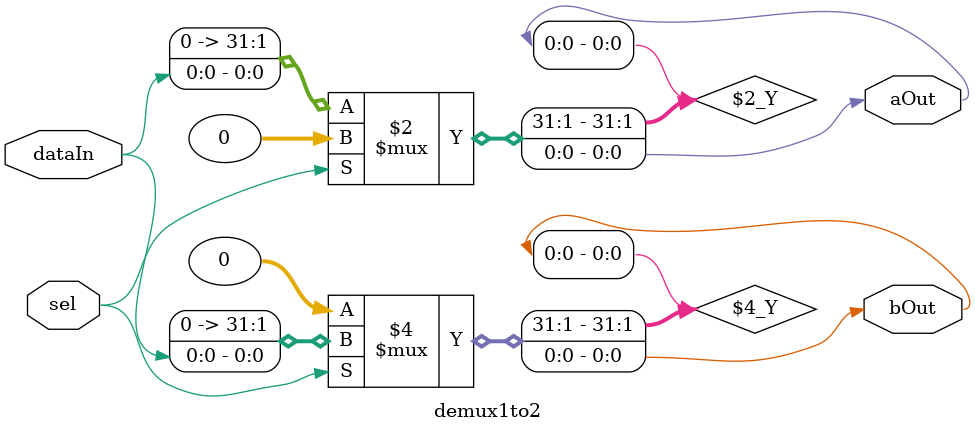
<source format=v>

module demux1to2 (dataIn, sel, aOut, bOut);

input 	dataIn, sel;
output	aOut, bOut;

assign aOut = sel ? 0 : dataIn;
assign bOut = sel ? dataIn : 0;

endmodule
</source>
